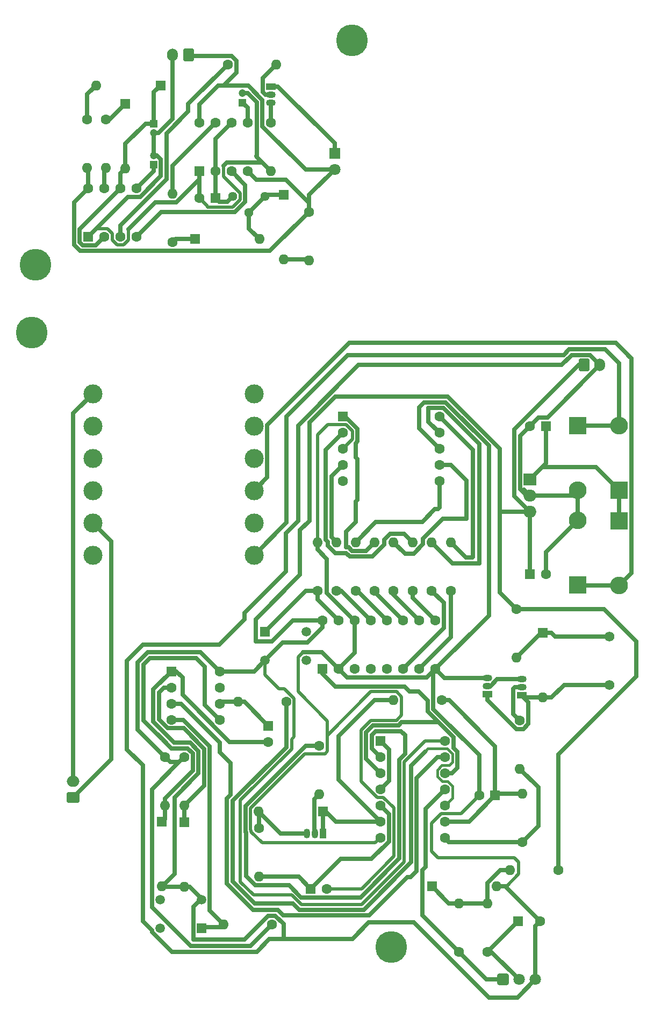
<source format=gbr>
%TF.GenerationSoftware,KiCad,Pcbnew,9.0.1*%
%TF.CreationDate,2025-06-18T14:58:57+01:00*%
%TF.ProjectId,essaie,65737361-6965-42e6-9b69-6361645f7063,rev?*%
%TF.SameCoordinates,Original*%
%TF.FileFunction,Copper,L2,Bot*%
%TF.FilePolarity,Positive*%
%FSLAX46Y46*%
G04 Gerber Fmt 4.6, Leading zero omitted, Abs format (unit mm)*
G04 Created by KiCad (PCBNEW 9.0.1) date 2025-06-18 14:58:57*
%MOMM*%
%LPD*%
G01*
G04 APERTURE LIST*
G04 Aperture macros list*
%AMRoundRect*
0 Rectangle with rounded corners*
0 $1 Rounding radius*
0 $2 $3 $4 $5 $6 $7 $8 $9 X,Y pos of 4 corners*
0 Add a 4 corners polygon primitive as box body*
4,1,4,$2,$3,$4,$5,$6,$7,$8,$9,$2,$3,0*
0 Add four circle primitives for the rounded corners*
1,1,$1+$1,$2,$3*
1,1,$1+$1,$4,$5*
1,1,$1+$1,$6,$7*
1,1,$1+$1,$8,$9*
0 Add four rect primitives between the rounded corners*
20,1,$1+$1,$2,$3,$4,$5,0*
20,1,$1+$1,$4,$5,$6,$7,0*
20,1,$1+$1,$6,$7,$8,$9,0*
20,1,$1+$1,$8,$9,$2,$3,0*%
G04 Aperture macros list end*
%TA.AperFunction,ComponentPad*%
%ADD10C,3.000000*%
%TD*%
%TA.AperFunction,ComponentPad*%
%ADD11RoundRect,0.248400X-0.651600X-0.651600X0.651600X-0.651600X0.651600X0.651600X-0.651600X0.651600X0*%
%TD*%
%TA.AperFunction,ComponentPad*%
%ADD12C,1.800000*%
%TD*%
%TA.AperFunction,ComponentPad*%
%ADD13C,1.600000*%
%TD*%
%TA.AperFunction,ComponentPad*%
%ADD14O,1.600000X1.600000*%
%TD*%
%TA.AperFunction,ComponentPad*%
%ADD15RoundRect,0.250000X0.550000X-0.550000X0.550000X0.550000X-0.550000X0.550000X-0.550000X-0.550000X0*%
%TD*%
%TA.AperFunction,ComponentPad*%
%ADD16R,2.000000X1.905000*%
%TD*%
%TA.AperFunction,ComponentPad*%
%ADD17O,2.000000X1.905000*%
%TD*%
%TA.AperFunction,ComponentPad*%
%ADD18R,1.498000X1.498000*%
%TD*%
%TA.AperFunction,ComponentPad*%
%ADD19C,1.498000*%
%TD*%
%TA.AperFunction,ComponentPad*%
%ADD20R,1.600000X1.600000*%
%TD*%
%TA.AperFunction,ComponentPad*%
%ADD21R,2.800000X2.800000*%
%TD*%
%TA.AperFunction,ComponentPad*%
%ADD22O,2.800000X2.800000*%
%TD*%
%TA.AperFunction,ComponentPad*%
%ADD23R,1.500000X1.050000*%
%TD*%
%TA.AperFunction,ComponentPad*%
%ADD24O,1.500000X1.050000*%
%TD*%
%TA.AperFunction,ComponentPad*%
%ADD25C,0.800000*%
%TD*%
%TA.AperFunction,ComponentPad*%
%ADD26C,5.000000*%
%TD*%
%TA.AperFunction,ComponentPad*%
%ADD27RoundRect,0.250000X-0.550000X-0.550000X0.550000X-0.550000X0.550000X0.550000X-0.550000X0.550000X0*%
%TD*%
%TA.AperFunction,ComponentPad*%
%ADD28R,1.800000X1.800000*%
%TD*%
%TA.AperFunction,ComponentPad*%
%ADD29R,1.050000X1.500000*%
%TD*%
%TA.AperFunction,ComponentPad*%
%ADD30O,1.050000X1.500000*%
%TD*%
%TA.AperFunction,ComponentPad*%
%ADD31R,1.200000X1.200000*%
%TD*%
%TA.AperFunction,ComponentPad*%
%ADD32C,1.200000*%
%TD*%
%TA.AperFunction,ComponentPad*%
%ADD33RoundRect,0.250000X0.750000X-0.600000X0.750000X0.600000X-0.750000X0.600000X-0.750000X-0.600000X0*%
%TD*%
%TA.AperFunction,ComponentPad*%
%ADD34O,2.000000X1.700000*%
%TD*%
%TA.AperFunction,ComponentPad*%
%ADD35RoundRect,0.250000X0.600000X0.750000X-0.600000X0.750000X-0.600000X-0.750000X0.600000X-0.750000X0*%
%TD*%
%TA.AperFunction,ComponentPad*%
%ADD36O,1.700000X2.000000*%
%TD*%
%TA.AperFunction,ComponentPad*%
%ADD37RoundRect,0.250000X-0.600000X-0.750000X0.600000X-0.750000X0.600000X0.750000X-0.600000X0.750000X0*%
%TD*%
%TA.AperFunction,ComponentPad*%
%ADD38C,1.575000*%
%TD*%
%TA.AperFunction,ComponentPad*%
%ADD39C,1.440000*%
%TD*%
%TA.AperFunction,Conductor*%
%ADD40C,0.700000*%
%TD*%
%TA.AperFunction,Conductor*%
%ADD41C,0.500000*%
%TD*%
%TA.AperFunction,Conductor*%
%ADD42C,0.400000*%
%TD*%
G04 APERTURE END LIST*
D10*
%TO.P,T1,4,SB*%
%TO.N,Net-(D1-A)*%
X165900000Y-108320000D03*
%TO.P,T1,3,SA*%
%TO.N,Net-(D2-A)*%
X165900000Y-98160000D03*
%TO.P,T1,2,AB*%
%TO.N,Net-(J1-Pin_2)*%
X140500000Y-82920000D03*
%TO.P,T1,1,AA*%
%TO.N,Net-(J1-Pin_1)*%
X140500000Y-103240000D03*
%TO.P,T1,*%
%TO.N,*%
X165900000Y-82920000D03*
X165900000Y-88000000D03*
X140500000Y-88000000D03*
X165900000Y-93080000D03*
X140500000Y-93080000D03*
X140500000Y-98160000D03*
X165900000Y-103240000D03*
X140500000Y-108320000D03*
%TD*%
D11*
%TO.P,U14,1,OUT*%
%TO.N,output signal*%
X205130000Y-175105000D03*
D12*
%TO.P,U14,2,Vs*%
%TO.N,Net-(U14-Vs)*%
X207670000Y-175105000D03*
%TO.P,U14,3,GND*%
%TO.N,GND*%
X210210000Y-175105000D03*
%TD*%
D13*
%TO.P,R8,1*%
%TO.N,output signal*%
X198170000Y-170730000D03*
D14*
%TO.P,R8,2*%
%TO.N,Net-(D10-K)*%
X198170000Y-163110000D03*
%TD*%
D15*
%TO.P,U2,1,GND*%
%TO.N,ground*%
X157285000Y-47925000D03*
D13*
%TO.P,U2,2,TR*%
%TO.N,Net-(U2-THR)*%
X159825000Y-47925000D03*
%TO.P,U2,3,Q*%
%TO.N,Net-(U2-Q)*%
X162365000Y-47925000D03*
%TO.P,U2,4,R*%
%TO.N,+12*%
X164905000Y-47925000D03*
%TO.P,U2,5,CV*%
%TO.N,Net-(U2-CV)*%
X164905000Y-40305000D03*
%TO.P,U2,6,THR*%
%TO.N,Net-(U2-THR)*%
X162365000Y-40305000D03*
%TO.P,U2,7,DIS*%
%TO.N,Net-(U2-DIS)*%
X159825000Y-40305000D03*
%TO.P,U2,8,VCC*%
%TO.N,+12*%
X157285000Y-40305000D03*
%TD*%
D16*
%TO.P,U1,1,IN*%
%TO.N,Net-(D1-K)*%
X209400000Y-96420000D03*
D17*
%TO.P,U1,2,GND*%
%TO.N,GND*%
X209400000Y-98960000D03*
%TO.P,U1,3,OUT*%
%TO.N,+12V*%
X209400000Y-101500000D03*
%TD*%
D13*
%TO.P,R12,1*%
%TO.N,+12V*%
X154900000Y-140110000D03*
D14*
%TO.P,R12,2*%
%TO.N,Net-(D12-K)*%
X154900000Y-147730000D03*
%TD*%
D18*
%TO.P,SW2,1,C*%
%TO.N,Net-(SW2A-C)*%
X167650000Y-120360000D03*
D19*
%TO.P,SW2,2,D*%
%TO.N,+12V*%
X167650000Y-124860000D03*
%TO.P,SW2,3*%
%TO.N,N/C*%
X174150000Y-120360000D03*
%TO.P,SW2,4*%
X174150000Y-124860000D03*
%TD*%
D20*
%TO.P,C9,1*%
%TO.N,Net-(C9-Pad1)*%
X203899000Y-146139000D03*
D13*
%TO.P,C9,2*%
%TO.N,GND*%
X201399000Y-146139000D03*
%TD*%
D20*
%TO.P,C8,1*%
%TO.N,Net-(C8-Pad1)*%
X174845000Y-160820000D03*
D13*
%TO.P,C8,2*%
%TO.N,GND*%
X177345000Y-160820000D03*
%TD*%
%TO.P,R23,1*%
%TO.N,Net-(R23-Pad1)*%
X176193888Y-138329000D03*
D14*
%TO.P,R23,2*%
%TO.N,Net-(Q2-B)*%
X176193888Y-145949000D03*
%TD*%
D20*
%TO.P,U8,1,E*%
%TO.N,Net-(U8-E)*%
X179902500Y-86530000D03*
D13*
%TO.P,U8,2,D*%
%TO.N,Net-(U8-D)*%
X179902500Y-89070000D03*
%TO.P,U8,3,CC*%
%TO.N,GND*%
X179902500Y-91610000D03*
%TO.P,U8,4,C*%
%TO.N,Net-(U8-C)*%
X179902500Y-94150000D03*
%TO.P,U8,5,DP*%
%TO.N,unconnected-(U8-DP-Pad5)*%
X179902500Y-96690000D03*
%TO.P,U8,6,B*%
%TO.N,Net-(U8-B)*%
X195142500Y-96690000D03*
%TO.P,U8,7,A*%
%TO.N,Net-(U8-A)*%
X195142500Y-94150000D03*
%TO.P,U8,8,CC*%
%TO.N,GND*%
X195142500Y-91610000D03*
%TO.P,U8,9,F*%
%TO.N,Net-(U8-F)*%
X195142500Y-89070000D03*
%TO.P,U8,10,G*%
%TO.N,Net-(U8-G)*%
X195142500Y-86530000D03*
%TD*%
%TO.P,R22,1*%
%TO.N,Net-(D13-A)*%
X166693888Y-151329000D03*
D14*
%TO.P,R22,2*%
%TO.N,Net-(C8-Pad1)*%
X166693888Y-158949000D03*
%TD*%
D20*
%TO.P,C2,1*%
%TO.N,+12V*%
X209400000Y-111294888D03*
D13*
%TO.P,C2,2*%
%TO.N,GND*%
X211900000Y-111294888D03*
%TD*%
D21*
%TO.P,D2,1,K*%
%TO.N,Net-(D1-K)*%
X223400000Y-102920000D03*
D22*
%TO.P,D2,2,A*%
%TO.N,Net-(D2-A)*%
X223400000Y-113080000D03*
%TD*%
D20*
%TO.P,C5,1*%
%TO.N,Net-(U14-Vs)*%
X207517349Y-165920000D03*
D13*
%TO.P,C5,2*%
%TO.N,GND*%
X211017349Y-165920000D03*
%TD*%
%TO.P,R14,1*%
%TO.N,Net-(U7-g)*%
X196900000Y-113920000D03*
D14*
%TO.P,R14,2*%
%TO.N,Net-(U8-G)*%
X196900000Y-106300000D03*
%TD*%
D13*
%TO.P,R21,1*%
%TO.N,Net-(SW2A-C)*%
X175900000Y-113920000D03*
D14*
%TO.P,R21,2*%
%TO.N,GND*%
X175900000Y-106300000D03*
%TD*%
D13*
%TO.P,R24,1*%
%TO.N,Net-(R24-Pad1)*%
X208193888Y-153449000D03*
D14*
%TO.P,R24,2*%
%TO.N,Net-(C9-Pad1)*%
X208193888Y-145829000D03*
%TD*%
D20*
%TO.P,D8,1,K*%
%TO.N,Net-(D8-K)*%
X151175000Y-34420000D03*
D14*
%TO.P,D8,2,A*%
%TO.N,Net-(D8-A)*%
X141015000Y-34420000D03*
%TD*%
D15*
%TO.P,U7,1,CLOCK*%
%TO.N,output alarm strating signal*%
X176700000Y-126230000D03*
D13*
%TO.P,U7,2,CLOCK_INHIBIT*%
%TO.N,GND*%
X179240000Y-126230000D03*
%TO.P,U7,3,RIPPLE_BLANKING_IN*%
%TO.N,unconnected-(U7-RIPPLE_BLANKING_IN-Pad3)*%
X181780000Y-126230000D03*
%TO.P,U7,4,RIPPLE_BLANKING_OUT*%
%TO.N,unconnected-(U7-RIPPLE_BLANKING_OUT-Pad4)*%
X184320000Y-126230000D03*
%TO.P,U7,5,CARRY_OUT*%
%TO.N,unconnected-(U7-CARRY_OUT-Pad5)*%
X186860000Y-126230000D03*
%TO.P,U7,6,f*%
%TO.N,Net-(U7-f)*%
X189400000Y-126230000D03*
%TO.P,U7,7,g*%
%TO.N,Net-(U7-g)*%
X191940000Y-126230000D03*
%TO.P,U7,8,V_{SS}*%
%TO.N,GND*%
X194480000Y-126230000D03*
%TO.P,U7,9,d*%
%TO.N,Net-(U7-d)*%
X194480000Y-118610000D03*
%TO.P,U7,10,a*%
%TO.N,Net-(U7-a)*%
X191940000Y-118610000D03*
%TO.P,U7,11,e*%
%TO.N,Net-(U7-e)*%
X189400000Y-118610000D03*
%TO.P,U7,12,b*%
%TO.N,Net-(U7-b)*%
X186860000Y-118610000D03*
%TO.P,U7,13,c*%
%TO.N,Net-(U7-c)*%
X184320000Y-118610000D03*
%TO.P,U7,14,LAMP_TEST*%
%TO.N,GND*%
X181780000Y-118610000D03*
%TO.P,U7,15,RESET*%
%TO.N,Net-(SW2A-C)*%
X179240000Y-118610000D03*
%TO.P,U7,16,V_{DD}*%
%TO.N,+12V*%
X176700000Y-118610000D03*
%TD*%
%TO.P,R5,1*%
%TO.N,Net-(D9-K)*%
X142595000Y-39800000D03*
D14*
%TO.P,R5,2*%
%TO.N,Net-(U3-DIS)*%
X142595000Y-47420000D03*
%TD*%
D23*
%TO.P,Q4,1,C*%
%TO.N,Net-(D14-A)*%
X202723888Y-130169000D03*
D24*
%TO.P,Q4,2,B*%
%TO.N,Net-(Q3-E)*%
X202723888Y-128899000D03*
%TO.P,Q4,3,E*%
%TO.N,GND*%
X202723888Y-127629000D03*
%TD*%
D25*
%TO.P,H1,1*%
%TO.N,N/C*%
X179470000Y-27320000D03*
X180019175Y-25994175D03*
X180019175Y-28645825D03*
X181345000Y-25445000D03*
D26*
X181345000Y-27320000D03*
D25*
X181345000Y-29195000D03*
X182670825Y-25994175D03*
X182670825Y-28645825D03*
X183220000Y-27320000D03*
%TD*%
D13*
%TO.P,R25,1*%
%TO.N,Net-(C9-Pad1)*%
X195503888Y-131139000D03*
D14*
%TO.P,R25,2*%
%TO.N,Net-(D13-K)*%
X187883888Y-131139000D03*
%TD*%
D25*
%TO.P,H4,1*%
%TO.N,N/C*%
X185644175Y-169994175D03*
X186193350Y-168668350D03*
X186193350Y-171320000D03*
X187519175Y-168119175D03*
D26*
X187519175Y-169994175D03*
D25*
X187519175Y-171869175D03*
X188845000Y-168668350D03*
X188845000Y-171320000D03*
X189394175Y-169994175D03*
%TD*%
D20*
%TO.P,D14,1,K*%
%TO.N,Net-(D14-K)*%
X211400000Y-120549000D03*
D14*
%TO.P,D14,2,A*%
%TO.N,Net-(D14-A)*%
X211400000Y-130709000D03*
%TD*%
D13*
%TO.P,R10,1*%
%TO.N,Net-(R10-Pad1)*%
X170980000Y-131420000D03*
D14*
%TO.P,R10,2*%
%TO.N,Net-(U6-THR)*%
X163360000Y-131420000D03*
%TD*%
D27*
%TO.P,U10,1*%
%TO.N,Net-(U10-Pad1)*%
X185819000Y-137569000D03*
D13*
%TO.P,U10,2*%
%TO.N,Net-(R23-Pad1)*%
X185819000Y-140109000D03*
%TO.P,U10,3*%
%TO.N,output alarm strating signal*%
X185819000Y-142649000D03*
%TO.P,U10,4*%
%TO.N,Net-(U10-Pad1)*%
X185819000Y-145189000D03*
%TO.P,U10,5*%
%TO.N,Net-(C8-Pad1)*%
X185819000Y-147729000D03*
%TO.P,U10,6*%
%TO.N,Net-(D13-K)*%
X185819000Y-150269000D03*
%TO.P,U10,7*%
%TO.N,N/C*%
X185819000Y-152809000D03*
%TO.P,U10,8*%
%TO.N,Net-(R24-Pad1)*%
X195979000Y-152809000D03*
%TO.P,U10,9*%
%TO.N,Net-(C9-Pad1)*%
X195979000Y-150269000D03*
%TO.P,U10,10*%
%TO.N,Net-(R10-Pad1)*%
X195979000Y-147729000D03*
%TO.P,U10,11*%
%TO.N,output signal*%
X195979000Y-145189000D03*
%TO.P,U10,12*%
%TO.N,output alarm strating signal*%
X195979000Y-142649000D03*
%TO.P,U10,13*%
%TO.N,Net-(U6-Q)*%
X195979000Y-140109000D03*
%TO.P,U10,14*%
%TO.N,N/C*%
X195979000Y-137569000D03*
%TD*%
%TO.P,R11,1*%
%TO.N,+12V*%
X168710000Y-166420000D03*
D14*
%TO.P,R11,2*%
%TO.N,Net-(SW1A-C)*%
X161090000Y-166420000D03*
%TD*%
D20*
%TO.P,D13,1,K*%
%TO.N,Net-(D13-K)*%
X176773888Y-148639000D03*
D14*
%TO.P,D13,2,A*%
%TO.N,Net-(D13-A)*%
X166613888Y-148639000D03*
%TD*%
D13*
%TO.P,R13,1*%
%TO.N,+12V*%
X151900000Y-140110000D03*
D14*
%TO.P,R13,2*%
%TO.N,Net-(D11-K)*%
X151900000Y-147730000D03*
%TD*%
D15*
%TO.P,U3,1,GND*%
%TO.N,ground*%
X139785000Y-58225000D03*
D13*
%TO.P,U3,2,TR*%
%TO.N,Net-(D8-K)*%
X142325000Y-58225000D03*
%TO.P,U3,3,Q*%
%TO.N,Net-(U3-Q)*%
X144865000Y-58225000D03*
%TO.P,U3,4,R*%
%TO.N,Net-(U2-Q)*%
X147405000Y-58225000D03*
%TO.P,U3,5,CV*%
%TO.N,Net-(U3-CV)*%
X147405000Y-50605000D03*
%TO.P,U3,6,THR*%
%TO.N,Net-(D8-K)*%
X144865000Y-50605000D03*
%TO.P,U3,7,DIS*%
%TO.N,Net-(U3-DIS)*%
X142325000Y-50605000D03*
%TO.P,U3,8,VCC*%
%TO.N,+12*%
X139785000Y-50605000D03*
%TD*%
D28*
%TO.P,D5,1,K*%
%TO.N,Net-(D5-K)*%
X178595000Y-45120000D03*
D12*
%TO.P,D5,2,A*%
%TO.N,+12*%
X178595000Y-47660000D03*
%TD*%
D29*
%TO.P,Q2,1,C*%
%TO.N,Net-(D13-K)*%
X176733888Y-152139000D03*
D30*
%TO.P,Q2,2,B*%
%TO.N,Net-(Q2-B)*%
X175463888Y-152139000D03*
%TO.P,Q2,3,E*%
%TO.N,Net-(D13-A)*%
X174193888Y-152139000D03*
%TD*%
D20*
%TO.P,C1,1*%
%TO.N,Net-(D1-K)*%
X211900000Y-88000000D03*
D13*
%TO.P,C1,2*%
%TO.N,GND*%
X209400000Y-88000000D03*
%TD*%
D20*
%TO.P,D11,1,K*%
%TO.N,Net-(D11-K)*%
X151400000Y-150240000D03*
D14*
%TO.P,D11,2,A*%
%TO.N,GND*%
X151400000Y-160400000D03*
%TD*%
D20*
%TO.P,D9,1,K*%
%TO.N,Net-(D9-K)*%
X145595000Y-37340000D03*
D14*
%TO.P,D9,2,A*%
%TO.N,Net-(D8-K)*%
X145595000Y-47500000D03*
%TD*%
D13*
%TO.P,R1,1*%
%TO.N,Net-(Q1-E)*%
X168595000Y-40310000D03*
D14*
%TO.P,R1,2*%
%TO.N,ground*%
X168595000Y-47930000D03*
%TD*%
D20*
%TO.P,C3,1*%
%TO.N,Net-(U2-THR)*%
X159800113Y-52120000D03*
D13*
%TO.P,C3,2*%
%TO.N,ground*%
X157300113Y-52120000D03*
%TD*%
D21*
%TO.P,D4,1,K*%
%TO.N,Net-(D2-A)*%
X216900000Y-113000000D03*
D22*
%TO.P,D4,2,A*%
%TO.N,GND*%
X216900000Y-102840000D03*
%TD*%
D23*
%TO.P,Q3,1,C*%
%TO.N,Net-(D14-A)*%
X208083888Y-130399000D03*
D24*
%TO.P,Q3,2,B*%
%TO.N,Net-(Q3-B)*%
X208083888Y-129129000D03*
%TO.P,Q3,3,E*%
%TO.N,Net-(Q3-E)*%
X208083888Y-127859000D03*
%TD*%
D20*
%TO.P,D7,1,K*%
%TO.N,Net-(D6-A)*%
X170595000Y-51620000D03*
D14*
%TO.P,D7,2,A*%
%TO.N,Net-(D7-A)*%
X170595000Y-61780000D03*
%TD*%
D13*
%TO.P,R4,1*%
%TO.N,Net-(D6-K)*%
X153095000Y-59120000D03*
D14*
%TO.P,R4,2*%
%TO.N,Net-(U2-DIS)*%
X153095000Y-51500000D03*
%TD*%
D13*
%TO.P,R16,1*%
%TO.N,Net-(U7-e)*%
X184900000Y-113920000D03*
D14*
%TO.P,R16,2*%
%TO.N,Net-(U8-E)*%
X184900000Y-106300000D03*
%TD*%
D27*
%TO.P,U6,1,GND*%
%TO.N,GND*%
X152865000Y-126610000D03*
D13*
%TO.P,U6,2,TR*%
%TO.N,Net-(D12-K)*%
X152865000Y-129150000D03*
%TO.P,U6,3,Q*%
%TO.N,Net-(U6-Q)*%
X152865000Y-131690000D03*
%TO.P,U6,4,R*%
%TO.N,Net-(SW1A-C)*%
X152865000Y-134230000D03*
%TO.P,U6,5,CV*%
%TO.N,Net-(D11-K)*%
X160485000Y-134230000D03*
%TO.P,U6,6,THR*%
%TO.N,Net-(U6-THR)*%
X160485000Y-131690000D03*
%TO.P,U6,7,DIS*%
%TO.N,unconnected-(U6-DIS-Pad7)*%
X160485000Y-129150000D03*
%TO.P,U6,8,VCC*%
%TO.N,+12V*%
X160485000Y-126610000D03*
%TD*%
D31*
%TO.P,C11,1*%
%TO.N,Net-(U2-CV)*%
X164095000Y-37120000D03*
D32*
%TO.P,C11,2*%
%TO.N,ground*%
X164095000Y-35620000D03*
%TD*%
D13*
%TO.P,R3,1*%
%TO.N,+12*%
X174595000Y-54310000D03*
D14*
%TO.P,R3,2*%
%TO.N,Net-(D7-A)*%
X174595000Y-61930000D03*
%TD*%
D31*
%TO.P,C6,1*%
%TO.N,Net-(U3-CV)*%
X150095000Y-46920000D03*
D32*
%TO.P,C6,2*%
%TO.N,ground*%
X150095000Y-45420000D03*
%TD*%
D13*
%TO.P,R15,1*%
%TO.N,Net-(U7-f)*%
X193900000Y-113920000D03*
D14*
%TO.P,R15,2*%
%TO.N,Net-(U8-F)*%
X193900000Y-106300000D03*
%TD*%
D31*
%TO.P,C4,1*%
%TO.N,Net-(D8-K)*%
X150095000Y-40420000D03*
D32*
%TO.P,C4,2*%
%TO.N,ground*%
X150095000Y-41920000D03*
%TD*%
D33*
%TO.P,J1,1,Pin_1*%
%TO.N,Net-(J1-Pin_1)*%
X137400000Y-146420000D03*
D34*
%TO.P,J1,2,Pin_2*%
%TO.N,Net-(J1-Pin_2)*%
X137400000Y-143920000D03*
%TD*%
D13*
%TO.P,R9,1*%
%TO.N,+12V*%
X213900000Y-157920000D03*
D14*
%TO.P,R9,2*%
%TO.N,Net-(D10-K)*%
X206280000Y-157920000D03*
%TD*%
D35*
%TO.P,J2,1,Pin_1*%
%TO.N,+12*%
X155595000Y-29620000D03*
D36*
%TO.P,J2,2,Pin_2*%
%TO.N,ground*%
X153095000Y-29620000D03*
%TD*%
D37*
%TO.P,J3,1,Pin_1*%
%TO.N,GND*%
X217900000Y-78420000D03*
D36*
%TO.P,J3,2,Pin_2*%
%TO.N,+12V*%
X220400000Y-78420000D03*
%TD*%
D13*
%TO.P,R18,1*%
%TO.N,Net-(U7-c)*%
X178900000Y-113920000D03*
D14*
%TO.P,R18,2*%
%TO.N,Net-(U8-C)*%
X178900000Y-106300000D03*
%TD*%
D13*
%TO.P,R17,1*%
%TO.N,Net-(U7-d)*%
X190900000Y-113920000D03*
D14*
%TO.P,R17,2*%
%TO.N,Net-(U8-D)*%
X190900000Y-106300000D03*
%TD*%
D38*
%TO.P,LS1,N*%
%TO.N,Net-(D14-A)*%
X221900000Y-128739000D03*
%TO.P,LS1,P*%
%TO.N,Net-(D14-K)*%
X221900000Y-121139000D03*
%TD*%
D20*
%TO.P,D12,1,K*%
%TO.N,Net-(D12-K)*%
X154900000Y-150340000D03*
D14*
%TO.P,D12,2,A*%
%TO.N,GND*%
X154900000Y-160500000D03*
%TD*%
D13*
%TO.P,R20,1*%
%TO.N,Net-(U7-a)*%
X187900000Y-113920000D03*
D14*
%TO.P,R20,2*%
%TO.N,Net-(U8-A)*%
X187900000Y-106300000D03*
%TD*%
D39*
%TO.P,RV1,1,1*%
%TO.N,Net-(D6-A)*%
X167635000Y-51890000D03*
%TO.P,RV1,2,2*%
X165095000Y-54430000D03*
%TO.P,RV1,3,3*%
%TO.N,Net-(U2-THR)*%
X162555000Y-51890000D03*
%TD*%
D20*
%TO.P,D10,1,K*%
%TO.N,Net-(D10-K)*%
X193930000Y-160420000D03*
D14*
%TO.P,D10,2,A*%
%TO.N,GND*%
X204090000Y-160420000D03*
%TD*%
D23*
%TO.P,Q1,1,C*%
%TO.N,Net-(D5-K)*%
X168595000Y-34620000D03*
D24*
%TO.P,Q1,2,B*%
%TO.N,Net-(Q1-B)*%
X168595000Y-35890000D03*
%TO.P,Q1,3,E*%
%TO.N,Net-(Q1-E)*%
X168595000Y-37160000D03*
%TD*%
D13*
%TO.P,R19,1*%
%TO.N,Net-(U7-b)*%
X181900000Y-113920000D03*
D14*
%TO.P,R19,2*%
%TO.N,Net-(U8-B)*%
X181900000Y-106300000D03*
%TD*%
D25*
%TO.P,H3,1*%
%TO.N,N/C*%
X128970000Y-73320000D03*
X129519175Y-71994175D03*
X129519175Y-74645825D03*
X130845000Y-71445000D03*
D26*
X130845000Y-73320000D03*
D25*
X130845000Y-75195000D03*
X132170825Y-71994175D03*
X132170825Y-74645825D03*
X132720000Y-73320000D03*
%TD*%
D20*
%TO.P,D6,1,K*%
%TO.N,Net-(D6-K)*%
X156595000Y-58620000D03*
D14*
%TO.P,D6,2,A*%
%TO.N,Net-(D6-A)*%
X166755000Y-58620000D03*
%TD*%
D13*
%TO.P,R6,1*%
%TO.N,Net-(D8-A)*%
X139595000Y-39800000D03*
D14*
%TO.P,R6,2*%
%TO.N,+12*%
X139595000Y-47420000D03*
%TD*%
D13*
%TO.P,R7,1*%
%TO.N,Net-(U14-Vs)*%
X202670000Y-170730000D03*
D14*
%TO.P,R7,2*%
%TO.N,Net-(D10-K)*%
X202670000Y-163110000D03*
%TD*%
D20*
%TO.P,C7,1*%
%TO.N,Net-(U6-THR)*%
X168170000Y-135214888D03*
D13*
%TO.P,C7,2*%
%TO.N,GND*%
X168170000Y-137714888D03*
%TD*%
D25*
%TO.P,H2,1*%
%TO.N,N/C*%
X129644175Y-62645825D03*
X130193350Y-61320000D03*
X130193350Y-63971650D03*
X131519175Y-60770825D03*
D26*
X131519175Y-62645825D03*
D25*
X131519175Y-64520825D03*
X132845000Y-61320000D03*
X132845000Y-63971650D03*
X133394175Y-62645825D03*
%TD*%
D13*
%TO.P,R26,1*%
%TO.N,Net-(Q3-B)*%
X207783888Y-134319000D03*
D14*
%TO.P,R26,2*%
%TO.N,Net-(R24-Pad1)*%
X207783888Y-141939000D03*
%TD*%
D18*
%TO.P,SW1,1,C*%
%TO.N,Net-(SW1A-C)*%
X157650000Y-167070000D03*
D19*
%TO.P,SW1,2,D*%
%TO.N,GND*%
X157650000Y-162570000D03*
%TO.P,SW1,3*%
%TO.N,N/C*%
X151150000Y-167070000D03*
%TO.P,SW1,4*%
X151150000Y-162570000D03*
%TD*%
D21*
%TO.P,D3,1,K*%
%TO.N,Net-(D1-A)*%
X216900000Y-87920000D03*
D22*
%TO.P,D3,2,A*%
%TO.N,GND*%
X216900000Y-98080000D03*
%TD*%
D13*
%TO.P,R2,1*%
%TO.N,Net-(U3-Q)*%
X161785000Y-31120000D03*
D14*
%TO.P,R2,2*%
%TO.N,Net-(Q1-B)*%
X169405000Y-31120000D03*
%TD*%
D13*
%TO.P,R27,1*%
%TO.N,+12V*%
X207283888Y-116819000D03*
D14*
%TO.P,R27,2*%
%TO.N,Net-(D14-K)*%
X207283888Y-124439000D03*
%TD*%
D21*
%TO.P,D1,1,K*%
%TO.N,Net-(D1-K)*%
X223400000Y-98080000D03*
D22*
%TO.P,D1,2,A*%
%TO.N,Net-(D1-A)*%
X223400000Y-87920000D03*
%TD*%
D40*
%TO.N,Net-(D1-K)*%
X223400000Y-98080000D02*
X223400000Y-102920000D01*
X219820000Y-94500000D02*
X211320000Y-94500000D01*
X211900000Y-88000000D02*
X211900000Y-93920000D01*
X211320000Y-94500000D02*
X209400000Y-96420000D01*
X223400000Y-98080000D02*
X219820000Y-94500000D01*
X211900000Y-93920000D02*
X209400000Y-96420000D01*
%TO.N,Net-(D1-A)*%
X223400000Y-87920000D02*
X216900000Y-87920000D01*
X223400000Y-78147208D02*
X223400000Y-87920000D01*
X221221792Y-75969000D02*
X223400000Y-78147208D01*
X165900000Y-108320000D02*
X171000000Y-103220000D01*
X171000000Y-103220000D02*
X171000000Y-86547208D01*
X214678208Y-76869000D02*
X215578208Y-75969000D01*
X171000000Y-86547208D02*
X180678208Y-76869000D01*
X215578208Y-75969000D02*
X221221792Y-75969000D01*
X180678208Y-76869000D02*
X214678208Y-76869000D01*
%TO.N,Net-(D2-A)*%
X225351000Y-77371000D02*
X222900000Y-74920000D01*
X180900000Y-74920000D02*
X167951000Y-87869000D01*
X225351000Y-111129000D02*
X225351000Y-77371000D01*
X225351000Y-77371000D02*
X223150000Y-75170000D01*
X216980000Y-113080000D02*
X216900000Y-113000000D01*
X222900000Y-74920000D02*
X180900000Y-74920000D01*
X223400000Y-113080000D02*
X225351000Y-111129000D01*
X167951000Y-87869000D02*
X167951000Y-96109000D01*
X225351000Y-77371000D02*
X224900000Y-76920000D01*
X223400000Y-113080000D02*
X216980000Y-113080000D01*
X167951000Y-96109000D02*
X165900000Y-98160000D01*
%TO.N,GND*%
X180591000Y-127581000D02*
X179240000Y-126230000D01*
X210751000Y-86649000D02*
X209400000Y-88000000D01*
X201399000Y-146139000D02*
X201399000Y-139802777D01*
X202900000Y-117810000D02*
X194480000Y-126230000D01*
X172900000Y-87920000D02*
X172900000Y-102920000D01*
X150013001Y-134561396D02*
X153308605Y-137857000D01*
D41*
X185819000Y-152809000D02*
X185019001Y-153608999D01*
D40*
X193129000Y-127581000D02*
X180591000Y-127581000D01*
X155830395Y-137857000D02*
X157151000Y-139177605D01*
X209400000Y-88000000D02*
X207849000Y-89551000D01*
X168170000Y-137714888D02*
X162059285Y-137714888D01*
X176570000Y-123560000D02*
X179240000Y-126230000D01*
D41*
X187970000Y-148110818D02*
X186299182Y-146440000D01*
X207631000Y-156651000D02*
X206900000Y-155920000D01*
D40*
X183994981Y-166140603D02*
X191120603Y-166140603D01*
D41*
X188345000Y-129820000D02*
X184345000Y-129820000D01*
X180420682Y-87819000D02*
X181400000Y-88798318D01*
D40*
X170566126Y-168555874D02*
X170566126Y-166365523D01*
D41*
X206900000Y-155920000D02*
X194900000Y-155920000D01*
X177501000Y-87819000D02*
X180420682Y-87819000D01*
D40*
X208885500Y-98960000D02*
X209400000Y-98960000D01*
X153400000Y-146420000D02*
X153400000Y-158500000D01*
X211017349Y-165920000D02*
X205517349Y-160420000D01*
X169269603Y-165069000D02*
X168150397Y-165069000D01*
X218849000Y-76869000D02*
X215951000Y-76869000D01*
X181679397Y-118610000D02*
X181780000Y-118610000D01*
D41*
X177345000Y-160820000D02*
X182845000Y-160820000D01*
X165445000Y-151849294D02*
X165445000Y-151657259D01*
D40*
X153665000Y-126610000D02*
X152865000Y-126610000D01*
X168320603Y-168720000D02*
X181415584Y-168720000D01*
X157151000Y-142669000D02*
X153400000Y-146420000D01*
X177400000Y-114330603D02*
X181679397Y-118610000D01*
D41*
X185300818Y-146440000D02*
X182768000Y-143907182D01*
D40*
X181415584Y-168720000D02*
X183994981Y-166140603D01*
D41*
X193900000Y-150554200D02*
X195436200Y-149018000D01*
D40*
X208440000Y-98000000D02*
X209400000Y-98960000D01*
X220400000Y-78420000D02*
X218849000Y-76869000D01*
X152865000Y-126610000D02*
X150013001Y-129461999D01*
D41*
X177085000Y-139580000D02*
X177444888Y-139220112D01*
X165445000Y-151657259D02*
X165363888Y-151576146D01*
D40*
X177400000Y-108931370D02*
X177400000Y-114330603D01*
X153308605Y-137857000D02*
X155830395Y-137857000D01*
X211900000Y-111294888D02*
X211900000Y-107840000D01*
X154650000Y-127595000D02*
X153665000Y-126610000D01*
D41*
X195436200Y-149018000D02*
X198520000Y-149018000D01*
X172845000Y-124326522D02*
X173611522Y-123560000D01*
D40*
X182400000Y-78420000D02*
X172900000Y-87920000D01*
X164400000Y-118420000D02*
X160400000Y-122420000D01*
D41*
X182768000Y-143907182D02*
X182768000Y-135897000D01*
D40*
X145900000Y-138920000D02*
X148400000Y-141420000D01*
X195142500Y-91610000D02*
X191900000Y-88367500D01*
X175900000Y-106300000D02*
X175900000Y-107431370D01*
D41*
X177444888Y-136720112D02*
X177444888Y-134419888D01*
D40*
X216020000Y-98960000D02*
X216900000Y-98080000D01*
X207849000Y-89551000D02*
X207849000Y-97923500D01*
X191900000Y-85110000D02*
X192731000Y-84279000D01*
D41*
X188345000Y-134320000D02*
X189134888Y-133530112D01*
X182768000Y-135897000D02*
X184345000Y-134320000D01*
D40*
X151400000Y-160500000D02*
X154900000Y-160500000D01*
X195879000Y-127629000D02*
X194480000Y-126230000D01*
X157151000Y-139177605D02*
X157151000Y-142669000D01*
X172900000Y-102920000D02*
X170900000Y-104920000D01*
X175900000Y-107431370D02*
X177400000Y-108931370D01*
D41*
X177444888Y-136720112D02*
X184345000Y-129820000D01*
D40*
X210210000Y-175105000D02*
X210210000Y-166727349D01*
D41*
X181400000Y-90112500D02*
X179902500Y-91610000D01*
X165363888Y-148121234D02*
X173905122Y-139580000D01*
D40*
X166320603Y-170720000D02*
X168320603Y-168720000D01*
X164400000Y-117420000D02*
X164400000Y-118420000D01*
X194152888Y-132556665D02*
X194152888Y-126557112D01*
X160400000Y-122420000D02*
X148400000Y-122420000D01*
X148400000Y-141420000D02*
X148400000Y-165947478D01*
X192731000Y-84279000D02*
X196074895Y-84279000D01*
D41*
X187970000Y-155695000D02*
X187970000Y-148110818D01*
D40*
X154650000Y-130305603D02*
X154650000Y-127595000D01*
X209400000Y-98960000D02*
X216020000Y-98960000D01*
D41*
X165363888Y-151576146D02*
X165363888Y-148121234D01*
X189134888Y-130609888D02*
X188345000Y-129820000D01*
D40*
X153400000Y-158500000D02*
X151400000Y-160500000D01*
D41*
X186299182Y-146440000D02*
X185300818Y-146440000D01*
D40*
X205517349Y-160420000D02*
X204090000Y-160420000D01*
D41*
X185019001Y-153608999D02*
X167204705Y-153608999D01*
D40*
X194480000Y-126230000D02*
X193129000Y-127581000D01*
X196074895Y-84279000D02*
X202900000Y-91104105D01*
X202723888Y-127629000D02*
X195879000Y-127629000D01*
X202900000Y-91104105D02*
X202900000Y-117810000D01*
X207395000Y-177920000D02*
X210210000Y-175105000D01*
X181780000Y-123690000D02*
X179240000Y-126230000D01*
D41*
X177444888Y-134419888D02*
X172845000Y-129820000D01*
X194900000Y-155920000D02*
X193900000Y-154920000D01*
X207631000Y-158479603D02*
X207631000Y-156651000D01*
D40*
X157650000Y-162359000D02*
X155791000Y-160500000D01*
X207849000Y-97923500D02*
X208885500Y-98960000D01*
X170566126Y-166365523D02*
X169269603Y-165069000D01*
X156350000Y-168820000D02*
X156350000Y-163659000D01*
X168150397Y-165069000D02*
X164399397Y-168820000D01*
X181780000Y-118610000D02*
X181780000Y-123690000D01*
D41*
X205690603Y-160420000D02*
X207631000Y-158479603D01*
X198520000Y-149018000D02*
X201399000Y-146139000D01*
D40*
X149850000Y-167397478D02*
X149850000Y-167608478D01*
X201399000Y-139802777D02*
X194152888Y-132556665D01*
X216900000Y-98080000D02*
X216900000Y-102840000D01*
X220400000Y-78420000D02*
X212171000Y-86649000D01*
X173611522Y-123560000D02*
X176570000Y-123560000D01*
X191120603Y-166140603D02*
X202900000Y-177920000D01*
D41*
X167204705Y-153608999D02*
X165445000Y-151849294D01*
D40*
X211900000Y-107840000D02*
X216900000Y-102840000D01*
D41*
X175900000Y-89420000D02*
X177501000Y-87819000D01*
D40*
X212171000Y-86649000D02*
X210751000Y-86649000D01*
X156350000Y-163659000D02*
X157650000Y-162359000D01*
X162059285Y-137714888D02*
X154650000Y-130305603D01*
X164399397Y-168820000D02*
X156350000Y-168820000D01*
X155791000Y-160500000D02*
X154900000Y-160500000D01*
D41*
X181400000Y-88798318D02*
X181400000Y-90112500D01*
D40*
X202900000Y-177920000D02*
X207395000Y-177920000D01*
D41*
X193900000Y-154920000D02*
X193900000Y-150554200D01*
D40*
X191900000Y-88367500D02*
X191900000Y-85110000D01*
D41*
X172845000Y-129820000D02*
X172845000Y-124326522D01*
D40*
X145900000Y-124920000D02*
X145900000Y-138920000D01*
D41*
X173905122Y-139580000D02*
X177085000Y-139580000D01*
X182845000Y-160820000D02*
X187970000Y-155695000D01*
D40*
X149850000Y-167608478D02*
X152961522Y-170720000D01*
D41*
X189134888Y-133530112D02*
X189134888Y-130609888D01*
D40*
X150013001Y-129461999D02*
X150013001Y-134561396D01*
D41*
X175900000Y-106300000D02*
X175900000Y-89420000D01*
D40*
X148400000Y-122420000D02*
X145900000Y-124920000D01*
X170900000Y-104920000D02*
X170900000Y-110920000D01*
X170900000Y-110920000D02*
X164400000Y-117420000D01*
X215951000Y-76869000D02*
X214400000Y-78420000D01*
X210210000Y-166727349D02*
X211017349Y-165920000D01*
X214400000Y-78420000D02*
X182400000Y-78420000D01*
X148400000Y-165947478D02*
X149850000Y-167397478D01*
D41*
X184345000Y-134320000D02*
X188345000Y-134320000D01*
X177444888Y-139220112D02*
X177444888Y-136720112D01*
D40*
X194152888Y-126557112D02*
X194480000Y-126230000D01*
D41*
X204090000Y-160420000D02*
X205690603Y-160420000D01*
D40*
X152961522Y-170720000D02*
X166320603Y-170720000D01*
D41*
%TO.N,+12V*%
X171846414Y-161820000D02*
X165845000Y-161820000D01*
D40*
X204750000Y-101500000D02*
X204670000Y-101420000D01*
X204670000Y-114205112D02*
X207283888Y-116819000D01*
D41*
X171845000Y-138820000D02*
X171845000Y-137320000D01*
D40*
X221069000Y-116819000D02*
X226170000Y-121920000D01*
X168690000Y-121920000D02*
X166170000Y-121920000D01*
X226170000Y-127420000D02*
X213900000Y-139690000D01*
D41*
X172231000Y-130901818D02*
X170649182Y-129320000D01*
D40*
X167650000Y-124860000D02*
X165900000Y-126610000D01*
X155949478Y-169820000D02*
X149850000Y-163720522D01*
X149850000Y-163720522D02*
X149850000Y-145160000D01*
X170400000Y-122110000D02*
X167650000Y-124860000D01*
D41*
X171845000Y-137320000D02*
X172231000Y-136934000D01*
X195979000Y-137569000D02*
X192888216Y-137569000D01*
D40*
X209400000Y-111294888D02*
X209400000Y-101500000D01*
X165900000Y-126610000D02*
X160485000Y-126610000D01*
X151900000Y-140110000D02*
X152699999Y-140909999D01*
X172000000Y-118610000D02*
X168690000Y-121920000D01*
X152699999Y-140909999D02*
X154100001Y-140909999D01*
X176700000Y-118610000D02*
X172000000Y-118610000D01*
X174670000Y-102920000D02*
X174670000Y-87422792D01*
X166170000Y-121920000D02*
X166170000Y-118420000D01*
X157495000Y-123620000D02*
X160485000Y-126610000D01*
X173170000Y-111420000D02*
X173170000Y-104420000D01*
X173170000Y-104420000D02*
X174670000Y-102920000D01*
D41*
X165845000Y-161820000D02*
X163762888Y-159737888D01*
D40*
X209400000Y-101500000D02*
X206949000Y-99049000D01*
X149850000Y-145160000D02*
X154100001Y-140909999D01*
X206949000Y-99049000D02*
X206949000Y-88521000D01*
D41*
X167650000Y-127123586D02*
X167650000Y-124860000D01*
D40*
X149154416Y-123620000D02*
X157495000Y-123620000D01*
X226170000Y-121920000D02*
X226170000Y-127420000D01*
D41*
X189571000Y-140886216D02*
X189571000Y-156594000D01*
D40*
X207283888Y-116819000D02*
X221069000Y-116819000D01*
X209400000Y-101500000D02*
X204750000Y-101500000D01*
X176700000Y-119741370D02*
X174331370Y-122110000D01*
D41*
X163762888Y-146902112D02*
X171845000Y-138820000D01*
D40*
X151900000Y-140110000D02*
X147600000Y-135810000D01*
X174331370Y-122110000D02*
X170400000Y-122110000D01*
D41*
X163762888Y-159737888D02*
X163762888Y-146902112D01*
X182845000Y-163320000D02*
X173346414Y-163320000D01*
D40*
X147600000Y-135810000D02*
X147600000Y-125174416D01*
D41*
X172231000Y-136934000D02*
X172231000Y-130901818D01*
X192888216Y-137569000D02*
X189571000Y-140886216D01*
D40*
X206949000Y-88521000D02*
X217050000Y-78420000D01*
D41*
X170649182Y-129320000D02*
X169846414Y-129320000D01*
D40*
X168710000Y-166420000D02*
X165310000Y-169820000D01*
X178713792Y-83379000D02*
X196447687Y-83379000D01*
D41*
X169846414Y-129320000D02*
X167650000Y-127123586D01*
D40*
X176700000Y-118610000D02*
X176700000Y-119741370D01*
X204670000Y-91601313D02*
X204670000Y-101420000D01*
D41*
X173346414Y-163320000D02*
X171846414Y-161820000D01*
D40*
X196447687Y-83379000D02*
X204670000Y-91601313D01*
X217050000Y-78420000D02*
X217900000Y-78420000D01*
X166170000Y-118420000D02*
X173170000Y-111420000D01*
X213900000Y-139690000D02*
X213900000Y-157920000D01*
X204670000Y-101420000D02*
X204670000Y-114205112D01*
X174670000Y-87422792D02*
X178713792Y-83379000D01*
X165310000Y-169820000D02*
X155949478Y-169820000D01*
X147600000Y-125174416D02*
X149154416Y-123620000D01*
D41*
X189571000Y-156594000D02*
X182845000Y-163320000D01*
D40*
X154100001Y-140909999D02*
X154900000Y-140110000D01*
%TO.N,Net-(D5-K)*%
X178595000Y-45120000D02*
X178595000Y-43520000D01*
X178595000Y-43520000D02*
X169695000Y-34620000D01*
X169695000Y-34620000D02*
X168595000Y-34620000D01*
%TO.N,Net-(D10-K)*%
X202670000Y-159929397D02*
X204679397Y-157920000D01*
X198170000Y-163110000D02*
X196620000Y-163110000D01*
X202670000Y-163110000D02*
X202670000Y-159929397D01*
X196620000Y-163110000D02*
X193930000Y-160420000D01*
X198170000Y-163110000D02*
X202670000Y-163110000D01*
X204679397Y-157920000D02*
X206280000Y-157920000D01*
%TO.N,Net-(D11-K)*%
X151900000Y-147730000D02*
X151900000Y-146598630D01*
X151900000Y-147730000D02*
X151900000Y-149840000D01*
X156251000Y-139550397D02*
X155459603Y-138759000D01*
X158170000Y-125920000D02*
X158170000Y-131915000D01*
X151900000Y-149840000D02*
X151400000Y-150340000D01*
X148500000Y-134324015D02*
X148500000Y-125547208D01*
X148500000Y-125547208D02*
X149527208Y-124520000D01*
X149527208Y-124520000D02*
X156770000Y-124520000D01*
X151310596Y-137134611D02*
X148500000Y-134324015D01*
D42*
X151400000Y-150340000D02*
X151199000Y-150340000D01*
D40*
X156770000Y-124520000D02*
X158170000Y-125920000D01*
X152934985Y-138759000D02*
X150747992Y-136572007D01*
X155459603Y-138759000D02*
X152934985Y-138759000D01*
X151900000Y-146598630D02*
X156251000Y-142247630D01*
X158170000Y-131915000D02*
X160485000Y-134230000D01*
X156251000Y-142247630D02*
X156251000Y-139550397D01*
%TO.N,Net-(D12-K)*%
X158051000Y-138804813D02*
X154827187Y-135581000D01*
X154900000Y-147730000D02*
X158051000Y-144579000D01*
X154827187Y-135581000D02*
X152305397Y-135581000D01*
X154900000Y-150340000D02*
X154900000Y-147730000D01*
X150914000Y-129969630D02*
X151733630Y-129150000D01*
X158051000Y-144579000D02*
X158051000Y-138804813D01*
X155090000Y-150150000D02*
X154900000Y-150340000D01*
X151733630Y-129150000D02*
X152865000Y-129150000D01*
X150914000Y-134189603D02*
X150914000Y-129969630D01*
X152305397Y-135581000D02*
X150914000Y-134189603D01*
%TO.N,Net-(D13-K)*%
X178823888Y-150269000D02*
X185819000Y-150269000D01*
X179193888Y-136839741D02*
X179193888Y-143643888D01*
X176773888Y-148639000D02*
X177193888Y-148639000D01*
X176733888Y-152139000D02*
X176733888Y-148679000D01*
X187883888Y-131139000D02*
X184894629Y-131139000D01*
X177193888Y-148639000D02*
X178823888Y-150269000D01*
X176733888Y-148679000D02*
X176773888Y-148639000D01*
X179193888Y-143643888D02*
X185819000Y-150269000D01*
X184894629Y-131139000D02*
X179193888Y-136839741D01*
%TO.N,Net-(D13-A)*%
X174193888Y-152139000D02*
X170113888Y-152139000D01*
X170113888Y-152139000D02*
X166613888Y-148639000D01*
X166693888Y-148719000D02*
X166613888Y-148639000D01*
X166693888Y-151329000D02*
X166693888Y-148719000D01*
%TO.N,Net-(D14-K)*%
X211173888Y-120549000D02*
X207283888Y-124439000D01*
X221900000Y-121139000D02*
X213373888Y-121139000D01*
X213373888Y-121139000D02*
X212783888Y-120549000D01*
X220693888Y-121139000D02*
X220681000Y-121139000D01*
X220681000Y-121139000D02*
X221900000Y-121139000D01*
X212783888Y-120549000D02*
X211173888Y-120549000D01*
%TO.N,Net-(D14-A)*%
X208393888Y-130709000D02*
X212783888Y-130709000D01*
X209134888Y-134878603D02*
X209134888Y-131450000D01*
X208083888Y-130399000D02*
X208393888Y-130709000D01*
X202723888Y-131169603D02*
X207224285Y-135670000D01*
X209134888Y-131450000D02*
X208083888Y-130399000D01*
X208343491Y-135670000D02*
X209134888Y-134878603D01*
X214753888Y-128739000D02*
X221900000Y-128739000D01*
X202723888Y-130169000D02*
X202723888Y-131169603D01*
X212783888Y-130709000D02*
X214753888Y-128739000D01*
X207224285Y-135670000D02*
X208343491Y-135670000D01*
%TO.N,Net-(U2-Q)*%
X164526000Y-52775370D02*
X164526000Y-50086000D01*
X164526000Y-50086000D02*
X162365000Y-47925000D01*
X147405000Y-58225000D02*
X151255000Y-54375000D01*
X162926370Y-54375000D02*
X164526000Y-52775370D01*
X151255000Y-54375000D02*
X162926370Y-54375000D01*
%TO.N,Net-(U2-CV)*%
X164905000Y-37930000D02*
X164095000Y-37120000D01*
X164905000Y-40305000D02*
X164905000Y-37930000D01*
%TO.N,Net-(U2-THR)*%
X159825000Y-42845000D02*
X162365000Y-40305000D01*
X161726786Y-52718214D02*
X162555000Y-51890000D01*
X159800113Y-52120000D02*
X160398327Y-52718214D01*
X159800113Y-47949887D02*
X159825000Y-47925000D01*
X159800113Y-52120000D02*
X159800113Y-47949887D01*
X159825000Y-47925000D02*
X159825000Y-42845000D01*
X160398327Y-52718214D02*
X161726786Y-52718214D01*
%TO.N,Net-(U2-DIS)*%
X153095000Y-51500000D02*
X153095000Y-47035000D01*
X153095000Y-47035000D02*
X159825000Y-40305000D01*
%TO.N,Net-(D8-K)*%
X138434000Y-57036000D02*
X144865000Y-50605000D01*
X142325000Y-58225000D02*
X140974000Y-59576000D01*
X145595000Y-47500000D02*
X145595000Y-43620000D01*
X148795000Y-40420000D02*
X150095000Y-40420000D01*
X138896288Y-59576000D02*
X138434000Y-59113712D01*
X138434000Y-59113712D02*
X138434000Y-57036000D01*
X145595000Y-43620000D02*
X148795000Y-40420000D01*
X150095000Y-40420000D02*
X150095000Y-35500000D01*
X150095000Y-35500000D02*
X151175000Y-34420000D01*
X140974000Y-59576000D02*
X138896288Y-59576000D01*
X144865000Y-48230000D02*
X145595000Y-47500000D01*
X144865000Y-50605000D02*
X144865000Y-48230000D01*
%TO.N,Net-(U3-CV)*%
X150095000Y-47915000D02*
X147405000Y-50605000D01*
X150095000Y-46920000D02*
X150095000Y-47915000D01*
%TO.N,Net-(U3-Q)*%
X152147000Y-49194397D02*
X152147000Y-41942792D01*
X144865000Y-56476397D02*
X152147000Y-49194397D01*
X155546000Y-37359000D02*
X161785000Y-31120000D01*
X155546000Y-38543792D02*
X155546000Y-37359000D01*
X144865000Y-58225000D02*
X144865000Y-56476397D01*
X152147000Y-41942792D02*
X155546000Y-38543792D01*
%TO.N,Net-(U3-DIS)*%
X142325000Y-47690000D02*
X142595000Y-47420000D01*
X142325000Y-50605000D02*
X142325000Y-47690000D01*
%TO.N,output signal*%
X192470000Y-165030000D02*
X198170000Y-170730000D01*
X205130000Y-175105000D02*
X202545000Y-175105000D01*
X195979000Y-145189000D02*
X192945000Y-148223000D01*
X202545000Y-175105000D02*
X198170000Y-170730000D01*
X192470000Y-157871955D02*
X192470000Y-165030000D01*
X192945000Y-157396955D02*
X192470000Y-157871955D01*
X192945000Y-148223000D02*
X192945000Y-157396955D01*
%TO.N,Net-(U6-Q)*%
X165789837Y-164169000D02*
X161645000Y-160024163D01*
X195979000Y-140109000D02*
X194847630Y-140109000D01*
X190549163Y-159020000D02*
X190049163Y-159020000D01*
X184049163Y-165020000D02*
X170493395Y-165020000D01*
X160553000Y-139378000D02*
X160553000Y-137800208D01*
X161645000Y-146615838D02*
X162245000Y-146015838D01*
X170493395Y-165020000D02*
X169642395Y-164169000D01*
X191545000Y-158024163D02*
X190549163Y-159020000D01*
X190049163Y-159020000D02*
X184049163Y-165020000D01*
X162245000Y-141070000D02*
X160553000Y-139378000D01*
X169642395Y-164169000D02*
X165789837Y-164169000D01*
X191545000Y-143411630D02*
X191545000Y-158024163D01*
X161645000Y-160024163D02*
X161645000Y-146615838D01*
X154442792Y-131690000D02*
X152865000Y-131690000D01*
X162245000Y-146015838D02*
X162245000Y-141070000D01*
X160553000Y-137800208D02*
X154442792Y-131690000D01*
X194847630Y-140109000D02*
X191545000Y-143411630D01*
%TO.N,Net-(U6-THR)*%
X164375112Y-131420000D02*
X168170000Y-135214888D01*
X160755000Y-131420000D02*
X160485000Y-131690000D01*
X163360000Y-131420000D02*
X160755000Y-131420000D01*
X163360000Y-131420000D02*
X164375112Y-131420000D01*
%TO.N,Net-(SW1A-C)*%
X161090000Y-166420000D02*
X158951000Y-164281000D01*
X160840000Y-166859000D02*
X161090000Y-166609000D01*
X157650000Y-166859000D02*
X160840000Y-166859000D01*
X158951000Y-164281000D02*
X158951000Y-138432021D01*
X154748979Y-134230000D02*
X152865000Y-134230000D01*
X158951000Y-138432021D02*
X154748979Y-134230000D01*
%TO.N,Net-(U7-f)*%
X193900000Y-113920000D02*
X195831000Y-115851000D01*
X195831000Y-119799000D02*
X189400000Y-126230000D01*
X195831000Y-115851000D02*
X195831000Y-119799000D01*
%TO.N,Net-(U7-a)*%
X187900000Y-114570000D02*
X191940000Y-118610000D01*
X187900000Y-113920000D02*
X187900000Y-114570000D01*
%TO.N,output alarm strating signal*%
X189157371Y-134639000D02*
X188676371Y-135120000D01*
X184676370Y-135120000D02*
X183568000Y-136228370D01*
X197330000Y-138700869D02*
X197330000Y-137009397D01*
X176700000Y-126230000D02*
X176700000Y-127030000D01*
X189676371Y-129020000D02*
X190444371Y-129788000D01*
X176700000Y-127030000D02*
X178690000Y-129020000D01*
X197110370Y-142649000D02*
X197930000Y-141829370D01*
X197330000Y-137009397D02*
X194959603Y-134639000D01*
X197930000Y-141829370D02*
X197930000Y-139300869D01*
X188676371Y-135120000D02*
X184676370Y-135120000D01*
X190444371Y-129788000D02*
X191842888Y-129788000D01*
X195979000Y-142649000D02*
X197110370Y-142649000D01*
X193252888Y-132932285D02*
X196398118Y-136077515D01*
X183568000Y-140398000D02*
X185819000Y-142649000D01*
X193252888Y-131198000D02*
X193252888Y-132932285D01*
X194959603Y-134639000D02*
X189157371Y-134639000D01*
X183568000Y-136228370D02*
X183568000Y-140398000D01*
X197930000Y-139300869D02*
X197330000Y-138700869D01*
X191842888Y-129788000D02*
X193252888Y-131198000D01*
X178690000Y-129020000D02*
X189676371Y-129020000D01*
%TO.N,Net-(U7-b)*%
X181900000Y-113920000D02*
X182170000Y-113920000D01*
X182170000Y-113920000D02*
X186860000Y-118610000D01*
%TO.N,Net-(SW2A-C)*%
X174090000Y-113920000D02*
X167650000Y-120360000D01*
X175900000Y-115270000D02*
X179240000Y-118610000D01*
X175900000Y-113920000D02*
X175900000Y-115270000D01*
X175900000Y-113920000D02*
X174090000Y-113920000D01*
%TO.N,Net-(U7-c)*%
X179630000Y-113920000D02*
X184320000Y-118610000D01*
X178900000Y-113920000D02*
X179630000Y-113920000D01*
%TO.N,Net-(U7-e)*%
X184900000Y-114110000D02*
X189400000Y-118610000D01*
X184900000Y-113920000D02*
X184900000Y-114110000D01*
%TO.N,Net-(U7-d)*%
X190900000Y-113920000D02*
X190900000Y-115030000D01*
X190900000Y-115030000D02*
X194480000Y-118610000D01*
%TO.N,Net-(U7-g)*%
X191940000Y-126230000D02*
X196900000Y-121270000D01*
X196900000Y-121270000D02*
X196900000Y-113920000D01*
%TO.N,Net-(U8-E)*%
X180263052Y-86530000D02*
X182200000Y-88466948D01*
X180400000Y-107110000D02*
X180799397Y-107110000D01*
X181900000Y-103110000D02*
X180400000Y-104610000D01*
X182153500Y-93217605D02*
X182153500Y-99629292D01*
X181900000Y-92964105D02*
X182153500Y-93217605D01*
X179902500Y-86530000D02*
X180263052Y-86530000D01*
X180799397Y-107110000D02*
X181340397Y-107651000D01*
X182153500Y-99629292D02*
X181900000Y-99882792D01*
X181900000Y-90743871D02*
X181900000Y-92964105D01*
X180400000Y-104610000D02*
X180400000Y-107110000D01*
X181900000Y-99882792D02*
X181900000Y-103110000D01*
X182200000Y-90443870D02*
X181900000Y-90743871D01*
X181340397Y-107651000D02*
X183549000Y-107651000D01*
X182200000Y-88466948D02*
X182200000Y-90443870D01*
X183549000Y-107651000D02*
X184900000Y-106300000D01*
%TO.N,Net-(U8-B)*%
X192400000Y-103110000D02*
X194400000Y-101110000D01*
X194900000Y-101110000D02*
X195142500Y-100867500D01*
X195142500Y-100867500D02*
X195142500Y-96690000D01*
X181900000Y-106300000D02*
X185090000Y-103110000D01*
X194400000Y-101110000D02*
X194900000Y-101110000D01*
X185090000Y-103110000D02*
X192400000Y-103110000D01*
%TO.N,Net-(U8-D)*%
X177199001Y-105909001D02*
X177549000Y-106259000D01*
X178699397Y-108010000D02*
X180426605Y-108010000D01*
X186400000Y-105889397D02*
X187340397Y-104949000D01*
X179902500Y-89070000D02*
X177199001Y-91773499D01*
X180426605Y-108010000D02*
X180967605Y-108551000D01*
X180967605Y-108551000D02*
X184559603Y-108551000D01*
X186400000Y-106710603D02*
X186400000Y-105889397D01*
X177549000Y-106859603D02*
X178699397Y-108010000D01*
X184559603Y-108551000D02*
X186400000Y-106710603D01*
X187340397Y-104949000D02*
X189549000Y-104949000D01*
X177549000Y-106259000D02*
X177549000Y-106859603D01*
X189549000Y-104949000D02*
X190900000Y-106300000D01*
X177199001Y-91773499D02*
X177199001Y-105909001D01*
%TO.N,Net-(U8-C)*%
X178100001Y-105500001D02*
X178100001Y-95952499D01*
X178900000Y-106300000D02*
X178100001Y-105500001D01*
X178100001Y-95952499D02*
X179902500Y-94150000D01*
%TO.N,Net-(U8-G)*%
X200400000Y-108610000D02*
X200300000Y-108710000D01*
X200400000Y-91787500D02*
X200400000Y-108610000D01*
X195142500Y-86530000D02*
X200400000Y-91787500D01*
X199310000Y-108710000D02*
X196900000Y-106300000D01*
X200300000Y-108710000D02*
X199310000Y-108710000D01*
%TO.N,Net-(U8-A)*%
X192549000Y-106610000D02*
X191049000Y-108110000D01*
X199400000Y-102610000D02*
X199400000Y-96610000D01*
X196940000Y-94150000D02*
X195142500Y-94150000D01*
X195679397Y-102610000D02*
X199400000Y-102610000D01*
X192549000Y-106610000D02*
X192549000Y-105740397D01*
X199400000Y-96610000D02*
X196940000Y-94150000D01*
X189710000Y-108110000D02*
X187900000Y-106300000D01*
X191049000Y-108110000D02*
X189710000Y-108110000D01*
X192549000Y-105740397D02*
X195679397Y-102610000D01*
%TO.N,Net-(U8-F)*%
X197210000Y-109610000D02*
X193900000Y-106300000D01*
X195142500Y-89070000D02*
X193400000Y-87327500D01*
X195702103Y-85179000D02*
X201400000Y-90876897D01*
X193400000Y-85179000D02*
X195702103Y-85179000D01*
X201400000Y-90876897D02*
X201400000Y-109610000D01*
X193400000Y-87327500D02*
X193400000Y-85179000D01*
X201400000Y-109610000D02*
X197210000Y-109610000D01*
%TO.N,Net-(U10-Pad1)*%
X187170000Y-143838000D02*
X185819000Y-145189000D01*
X185819000Y-137569000D02*
X187170000Y-138920000D01*
X187170000Y-138920000D02*
X187170000Y-143838000D01*
%TO.N,Net-(R23-Pad1)*%
X174024752Y-138329000D02*
X176193888Y-138329000D01*
X184468000Y-136601162D02*
X185049162Y-136020000D01*
X185049162Y-136020000D02*
X189049163Y-136020000D01*
X164645000Y-158810715D02*
X164645000Y-151988629D01*
X189049163Y-136020000D02*
X189693888Y-136664725D01*
X188770000Y-156062888D02*
X182661888Y-162171000D01*
X166136285Y-160302000D02*
X164645000Y-158810715D01*
X164562888Y-151906517D02*
X164562888Y-147790864D01*
X184468000Y-138758000D02*
X184468000Y-136601162D01*
X182661888Y-162171000D02*
X173328784Y-162171000D01*
X171459784Y-160302000D02*
X166136285Y-160302000D01*
X189693888Y-139630542D02*
X188770000Y-140554430D01*
X185819000Y-140109000D02*
X184468000Y-138758000D01*
X164645000Y-151988629D02*
X164562888Y-151906517D01*
X188770000Y-140554430D02*
X188770000Y-156062888D01*
X164562888Y-147790864D02*
X174024752Y-138329000D01*
X173328784Y-162171000D02*
X171459784Y-160302000D01*
X189693888Y-136664725D02*
X189693888Y-139630542D01*
%TO.N,Net-(C8-Pad1)*%
X187170000Y-153368603D02*
X184418603Y-156120000D01*
X172974000Y-158949000D02*
X174845000Y-160820000D01*
X187170000Y-149080000D02*
X187170000Y-153368603D01*
X179545000Y-156120000D02*
X174845000Y-160820000D01*
X184418603Y-156120000D02*
X179545000Y-156120000D01*
X166693888Y-158949000D02*
X172974000Y-158949000D01*
X185819000Y-147729000D02*
X187170000Y-149080000D01*
%TO.N,Net-(U14-Vs)*%
X203295000Y-170730000D02*
X207670000Y-175105000D01*
X207517349Y-165920000D02*
X207480000Y-165920000D01*
X207480000Y-165920000D02*
X202670000Y-170730000D01*
X202670000Y-170730000D02*
X203295000Y-170730000D01*
D42*
%TO.N,Net-(R10-Pad1)*%
X197180000Y-144691529D02*
X196408471Y-143920000D01*
X196408471Y-143920000D02*
X195551529Y-143920000D01*
X195551529Y-143920000D02*
X194778000Y-143146471D01*
X197180000Y-139611529D02*
X196338471Y-138770000D01*
D40*
X190645000Y-156651370D02*
X190645000Y-141428563D01*
D42*
X197180000Y-140910000D02*
X197180000Y-139611529D01*
D40*
X172013629Y-163120000D02*
X173013629Y-164120000D01*
D42*
X195979000Y-147729000D02*
X197180000Y-146528000D01*
D40*
X162545000Y-146988630D02*
X162545000Y-159651371D01*
X162545000Y-159651371D02*
X166013629Y-163120000D01*
X183176371Y-164120000D02*
X190645000Y-156651370D01*
D42*
X194778000Y-143146471D02*
X194778000Y-142151529D01*
X194778000Y-142151529D02*
X195509529Y-141420000D01*
X196338471Y-138770000D02*
X193303563Y-138770000D01*
D40*
X170980000Y-138553630D02*
X162545000Y-146988630D01*
D42*
X193303563Y-138770000D02*
X192829611Y-139243952D01*
D40*
X170980000Y-131420000D02*
X170980000Y-138553630D01*
X190645000Y-141428563D02*
X192829611Y-139243952D01*
D42*
X196670000Y-141420000D02*
X197180000Y-140910000D01*
X197180000Y-146528000D02*
X197180000Y-144691529D01*
X195509529Y-141420000D02*
X196670000Y-141420000D01*
D40*
X173013629Y-164120000D02*
X183176371Y-164120000D01*
X166013629Y-163120000D02*
X172013629Y-163120000D01*
%TO.N,Net-(R24-Pad1)*%
X208193888Y-153449000D02*
X196619000Y-153449000D01*
X210693888Y-150949000D02*
X210693888Y-144849000D01*
X210693888Y-144849000D02*
X207783888Y-141939000D01*
X195979000Y-152809000D02*
X195979000Y-153111000D01*
X208193888Y-153449000D02*
X210693888Y-150949000D01*
X196619000Y-153449000D02*
X195979000Y-152809000D01*
%TO.N,Net-(C9-Pad1)*%
X196635258Y-131139000D02*
X195503888Y-131139000D01*
X203899000Y-138402742D02*
X196635258Y-131139000D01*
X199769000Y-150269000D02*
X203899000Y-146139000D01*
X204209000Y-145829000D02*
X203899000Y-146139000D01*
X203899000Y-146139000D02*
X203899000Y-138402742D01*
X195979000Y-150269000D02*
X199769000Y-150269000D01*
X208193888Y-145829000D02*
X204209000Y-145829000D01*
%TO.N,Net-(Q1-B)*%
X167716976Y-35890000D02*
X167294000Y-35467024D01*
X168595000Y-35890000D02*
X167716976Y-35890000D01*
X167294000Y-35467024D02*
X167294000Y-33231000D01*
X167294000Y-33231000D02*
X169405000Y-31120000D01*
%TO.N,Net-(Q1-E)*%
X168595000Y-40310000D02*
X168595000Y-37160000D01*
%TO.N,Net-(Q2-B)*%
X175422888Y-152098000D02*
X175422888Y-146720000D01*
X175463888Y-152139000D02*
X175422888Y-152098000D01*
X175422888Y-146720000D02*
X176193888Y-145949000D01*
%TO.N,Net-(Q3-B)*%
X208083888Y-129129000D02*
X206976888Y-129129000D01*
X206976888Y-129129000D02*
X206782888Y-129323000D01*
X206782888Y-129323000D02*
X206782888Y-133318000D01*
X206782888Y-133318000D02*
X207783888Y-134319000D01*
%TO.N,Net-(Q3-E)*%
X203200582Y-128899000D02*
X202723888Y-128899000D01*
X204240582Y-127859000D02*
X203200582Y-128899000D01*
X208083888Y-127859000D02*
X204240582Y-127859000D01*
%TO.N,Net-(D7-A)*%
X170595000Y-61780000D02*
X174445000Y-61780000D01*
X174445000Y-61780000D02*
X174595000Y-61930000D01*
%TO.N,Net-(D6-K)*%
X156595000Y-58620000D02*
X153595000Y-58620000D01*
X153595000Y-58620000D02*
X153095000Y-59120000D01*
%TO.N,Net-(D9-K)*%
X143135000Y-39800000D02*
X145595000Y-37340000D01*
X142595000Y-39800000D02*
X143135000Y-39800000D01*
%TO.N,Net-(D8-A)*%
X139595000Y-35840000D02*
X141015000Y-34420000D01*
X139595000Y-39800000D02*
X139595000Y-35840000D01*
%TO.N,Net-(D6-A)*%
X167635000Y-51890000D02*
X165095000Y-54430000D01*
X165095000Y-56960000D02*
X166755000Y-58620000D01*
X167905000Y-51620000D02*
X167635000Y-51890000D01*
X170595000Y-51620000D02*
X167905000Y-51620000D01*
X165095000Y-54430000D02*
X165095000Y-56960000D01*
%TO.N,Net-(J1-Pin_1)*%
X137400000Y-146420000D02*
X143400000Y-140420000D01*
X143400000Y-140420000D02*
X143400000Y-106140000D01*
X143400000Y-106140000D02*
X140500000Y-103240000D01*
%TO.N,Net-(J1-Pin_2)*%
X137400000Y-86020000D02*
X140500000Y-82920000D01*
X137400000Y-143920000D02*
X137400000Y-86020000D01*
D41*
%TO.N,ground*%
X144308818Y-59476000D02*
X143576000Y-58743182D01*
D40*
X157300113Y-52120000D02*
X157300113Y-47940113D01*
D41*
X141036000Y-56974000D02*
X139785000Y-58225000D01*
D40*
X150595000Y-45420000D02*
X150095000Y-45420000D01*
D41*
X158595000Y-53575000D02*
X158595000Y-53414887D01*
D40*
X150897000Y-41920000D02*
X150095000Y-41920000D01*
D41*
X142843182Y-56974000D02*
X141036000Y-56974000D01*
X143576000Y-58743182D02*
X143576000Y-57706818D01*
D40*
X151246000Y-46071000D02*
X150595000Y-45420000D01*
X150095000Y-45420000D02*
X150095000Y-41920000D01*
X166344000Y-37066850D02*
X164897150Y-35620000D01*
X150319000Y-52851000D02*
X146095000Y-57075000D01*
D41*
X163725000Y-51403955D02*
X163725000Y-52376045D01*
X146116000Y-57096000D02*
X146116000Y-58743182D01*
D40*
X166344000Y-45679000D02*
X166240000Y-45575000D01*
X168595000Y-47930000D02*
X166344000Y-45679000D01*
X146054000Y-51956000D02*
X147964603Y-51956000D01*
X157300113Y-47940113D02*
X157300113Y-50075000D01*
D41*
X145383182Y-59476000D02*
X144308818Y-59476000D01*
X146116000Y-58743182D02*
X145383182Y-59476000D01*
X162526045Y-53575000D02*
X158595000Y-53575000D01*
D40*
X153095000Y-39722000D02*
X150897000Y-41920000D01*
X147964603Y-51956000D02*
X151246000Y-48674603D01*
D41*
X158595000Y-53414887D02*
X157300113Y-52120000D01*
D40*
X151246000Y-48674603D02*
X151246000Y-46071000D01*
X161596000Y-46574000D02*
X161095000Y-47075000D01*
X166344000Y-45679000D02*
X166344000Y-37066850D01*
X167239000Y-46574000D02*
X161596000Y-46574000D01*
X157285000Y-47925000D02*
X157285000Y-49220603D01*
X157300113Y-47940113D02*
X157285000Y-47925000D01*
D41*
X161095000Y-47075000D02*
X161095000Y-48773955D01*
D40*
X166344000Y-45679000D02*
X166344000Y-40575000D01*
D41*
X146095000Y-57075000D02*
X146116000Y-57096000D01*
D40*
X164897150Y-35620000D02*
X164095000Y-35620000D01*
D41*
X161095000Y-48773955D02*
X163725000Y-51403955D01*
D40*
X139785000Y-58225000D02*
X146054000Y-51956000D01*
D41*
X143576000Y-57706818D02*
X142843182Y-56974000D01*
D40*
X157285000Y-49220603D02*
X153654603Y-52851000D01*
X153095000Y-30120000D02*
X153095000Y-39722000D01*
X168595000Y-47930000D02*
X167239000Y-46574000D01*
D41*
X163725000Y-52376045D02*
X162526045Y-53575000D01*
D40*
X153654603Y-52851000D02*
X150319000Y-52851000D01*
%TO.N,+12*%
X167245000Y-40870603D02*
X167244999Y-36695057D01*
X163136000Y-30560397D02*
X163136000Y-32428000D01*
X174595000Y-54310000D02*
X174595000Y-51660000D01*
X168429000Y-60476000D02*
X138523496Y-60476000D01*
X174595000Y-52918000D02*
X170958000Y-49281000D01*
X155946000Y-29769000D02*
X162344603Y-29769000D01*
X137534000Y-59486504D02*
X137534000Y-52856000D01*
X155595000Y-30120000D02*
X155946000Y-29769000D01*
X174595000Y-54310000D02*
X168429000Y-60476000D01*
X138523496Y-60476000D02*
X137534000Y-59486504D01*
X170958000Y-49281000D02*
X166261000Y-49281000D01*
X167244999Y-36695057D02*
X165018942Y-34469000D01*
X139785000Y-50605000D02*
X139785000Y-47610000D01*
X166261000Y-49281000D02*
X164905000Y-47925000D01*
X165018942Y-34469000D02*
X161095000Y-34469000D01*
X137534000Y-52856000D02*
X139785000Y-50605000D01*
X163136000Y-32428000D02*
X161095000Y-34469000D01*
X174034397Y-47660000D02*
X167245000Y-40870603D01*
X139785000Y-47610000D02*
X139595000Y-47420000D01*
X161095000Y-34469000D02*
X160246000Y-34469000D01*
X174595000Y-54310000D02*
X174595000Y-52918000D01*
X162344603Y-29769000D02*
X163136000Y-30560397D01*
X178595000Y-47660000D02*
X174034397Y-47660000D01*
X160246000Y-34469000D02*
X157285000Y-37430000D01*
X157285000Y-37430000D02*
X157285000Y-40305000D01*
X174595000Y-51660000D02*
X178595000Y-47660000D01*
%TD*%
M02*

</source>
